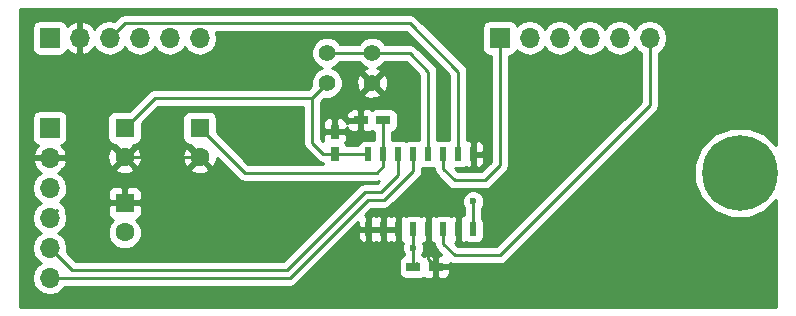
<source format=gtl>
G04 #@! TF.FileFunction,Copper,L1,Top,Signal*
%FSLAX46Y46*%
G04 Gerber Fmt 4.6, Leading zero omitted, Abs format (unit mm)*
G04 Created by KiCad (PCBNEW 4.0.4+e1-6308~48~ubuntu15.10.1-stable) date Mon Jul 31 18:12:38 2017*
%MOMM*%
%LPD*%
G01*
G04 APERTURE LIST*
%ADD10C,0.100000*%
%ADD11R,1.700000X1.700000*%
%ADD12O,1.700000X1.700000*%
%ADD13C,6.400000*%
%ADD14R,1.600000X1.600000*%
%ADD15C,1.600000*%
%ADD16R,0.750000X1.200000*%
%ADD17R,1.200000X0.750000*%
%ADD18R,0.508000X1.143000*%
%ADD19C,1.400000*%
%ADD20C,0.600000*%
%ADD21C,0.250000*%
%ADD22C,0.254000*%
G04 APERTURE END LIST*
D10*
D11*
X147320000Y-105410000D03*
D12*
X147320000Y-107950000D03*
X147320000Y-110490000D03*
X147320000Y-113030000D03*
X147320000Y-115570000D03*
X147320000Y-118110000D03*
D11*
X185420000Y-97790000D03*
D12*
X187960000Y-97790000D03*
X190500000Y-97790000D03*
X193040000Y-97790000D03*
X195580000Y-97790000D03*
X198120000Y-97790000D03*
D11*
X147320000Y-97790000D03*
D12*
X149860000Y-97790000D03*
X152400000Y-97790000D03*
X154940000Y-97790000D03*
X157480000Y-97790000D03*
X160020000Y-97790000D03*
D13*
X205740000Y-109220000D03*
D14*
X153670000Y-105410000D03*
D15*
X153670000Y-107910000D03*
D14*
X160020000Y-105410000D03*
D15*
X160020000Y-107910000D03*
D14*
X153670000Y-111760000D03*
D15*
X153670000Y-114260000D03*
D16*
X171450000Y-105730000D03*
X171450000Y-107630000D03*
D17*
X173675000Y-104775000D03*
X175575000Y-104775000D03*
X180020000Y-117170200D03*
X178120000Y-117170200D03*
D18*
X174307500Y-107632500D03*
X176847500Y-107632500D03*
X178117500Y-107632500D03*
X179387500Y-107632500D03*
X180657500Y-107632500D03*
X181927500Y-107632500D03*
X183197500Y-107632500D03*
X183197500Y-113982500D03*
X181927500Y-113982500D03*
X180657500Y-113982500D03*
X179387500Y-113982500D03*
X178117500Y-113982500D03*
X176847500Y-113982500D03*
X175577500Y-113982500D03*
X174307500Y-113982500D03*
X175577500Y-107632500D03*
D19*
X170815000Y-99060000D03*
X170815000Y-101600000D03*
X174625000Y-101600000D03*
X174625000Y-99060000D03*
D20*
X178104800Y-115570000D03*
X183184800Y-111633000D03*
D21*
X179387500Y-113982500D02*
X179387500Y-116537700D01*
X179387500Y-116537700D02*
X180020000Y-117170200D01*
X153670000Y-107910000D02*
X160020000Y-107910000D01*
X179705000Y-116855200D02*
X180020000Y-117170200D01*
X175577500Y-113982500D02*
X176847500Y-113982500D01*
X174307500Y-113982500D02*
X175577500Y-113982500D01*
X178120000Y-117170200D02*
X178120000Y-115585200D01*
X178120000Y-115585200D02*
X178104800Y-115570000D01*
X178117500Y-113982500D02*
X178117500Y-114617500D01*
X178117500Y-114617500D02*
X178104800Y-115570000D01*
X178435000Y-116855200D02*
X178120000Y-117170200D01*
X178435000Y-116855200D02*
X178120000Y-117170200D01*
X147320000Y-113030000D02*
X147955000Y-112395000D01*
X169545000Y-102870000D02*
X169545000Y-106680000D01*
X170495000Y-107630000D02*
X171450000Y-107630000D01*
X169545000Y-106680000D02*
X170495000Y-107630000D01*
X171450000Y-107630000D02*
X174305000Y-107630000D01*
X174305000Y-107630000D02*
X174307500Y-107632500D01*
X170815000Y-101600000D02*
X169545000Y-102870000D01*
X169545000Y-102870000D02*
X156210000Y-102870000D01*
X156210000Y-102870000D02*
X153670000Y-105410000D01*
X175575000Y-104775000D02*
X175575000Y-107630000D01*
X175575000Y-107630000D02*
X175577500Y-107632500D01*
X175577500Y-107632500D02*
X175577500Y-108648500D01*
X163830000Y-109220000D02*
X160020000Y-105410000D01*
X175006000Y-109220000D02*
X163830000Y-109220000D01*
X175577500Y-108648500D02*
X175006000Y-109220000D01*
X176847500Y-107632500D02*
X176847500Y-109410500D01*
X149225000Y-117475000D02*
X147320000Y-115570000D01*
X167386000Y-117475000D02*
X149225000Y-117475000D01*
X173990000Y-110871000D02*
X167386000Y-117475000D01*
X175387000Y-110871000D02*
X173990000Y-110871000D01*
X176847500Y-109410500D02*
X175387000Y-110871000D01*
X147320000Y-118110000D02*
X167640000Y-118110000D01*
X178117500Y-109029500D02*
X178117500Y-107632500D01*
X175641000Y-111506000D02*
X178117500Y-109029500D01*
X174244000Y-111506000D02*
X175641000Y-111506000D01*
X167640000Y-118110000D02*
X174244000Y-111506000D01*
X185420000Y-97790000D02*
X185420000Y-108585000D01*
X180657500Y-108902500D02*
X180657500Y-107632500D01*
X181610000Y-109855000D02*
X180657500Y-108902500D01*
X184150000Y-109855000D02*
X181610000Y-109855000D01*
X185420000Y-108585000D02*
X184150000Y-109855000D01*
X180657500Y-113982500D02*
X180657500Y-115252500D01*
X198120000Y-103505000D02*
X198120000Y-97790000D01*
X185420000Y-116205000D02*
X198120000Y-103505000D01*
X181610000Y-116205000D02*
X185420000Y-116205000D01*
X180657500Y-115252500D02*
X181610000Y-116205000D01*
X152400000Y-97790000D02*
X153670000Y-96520000D01*
X181927500Y-100647500D02*
X181927500Y-107632500D01*
X177800000Y-96520000D02*
X181927500Y-100647500D01*
X153670000Y-96520000D02*
X177800000Y-96520000D01*
X183197500Y-113982500D02*
X183197500Y-111645700D01*
X183197500Y-111645700D02*
X183184800Y-111633000D01*
X179387500Y-107632500D02*
X179387500Y-100647500D01*
X177800000Y-99060000D02*
X174625000Y-99060000D01*
X179387500Y-100647500D02*
X177800000Y-99060000D01*
X174625000Y-99060000D02*
X170815000Y-99060000D01*
D22*
G36*
X208840000Y-106897168D02*
X207915189Y-105970741D01*
X206506175Y-105385667D01*
X204980518Y-105384336D01*
X203570485Y-105966950D01*
X202490741Y-107044811D01*
X201905667Y-108453825D01*
X201904336Y-109979482D01*
X202486950Y-111389515D01*
X203564811Y-112469259D01*
X204973825Y-113054333D01*
X206499482Y-113055664D01*
X207909515Y-112473050D01*
X208840000Y-111544188D01*
X208840000Y-120575000D01*
X144855000Y-120575000D01*
X144855000Y-110490000D01*
X145805907Y-110490000D01*
X145918946Y-111058285D01*
X146240853Y-111540054D01*
X146570026Y-111760000D01*
X146240853Y-111979946D01*
X145918946Y-112461715D01*
X145805907Y-113030000D01*
X145918946Y-113598285D01*
X146240853Y-114080054D01*
X146570026Y-114300000D01*
X146240853Y-114519946D01*
X145918946Y-115001715D01*
X145805907Y-115570000D01*
X145918946Y-116138285D01*
X146240853Y-116620054D01*
X146570026Y-116840000D01*
X146240853Y-117059946D01*
X145918946Y-117541715D01*
X145805907Y-118110000D01*
X145918946Y-118678285D01*
X146240853Y-119160054D01*
X146722622Y-119481961D01*
X147290907Y-119595000D01*
X147349093Y-119595000D01*
X147917378Y-119481961D01*
X148399147Y-119160054D01*
X148592954Y-118870000D01*
X167640000Y-118870000D01*
X167930839Y-118812148D01*
X168177401Y-118647401D01*
X170029602Y-116795200D01*
X176872560Y-116795200D01*
X176872560Y-117545200D01*
X176916838Y-117780517D01*
X177055910Y-117996641D01*
X177268110Y-118141631D01*
X177520000Y-118192640D01*
X178720000Y-118192640D01*
X178955317Y-118148362D01*
X179058646Y-118081871D01*
X179060302Y-118083527D01*
X179293691Y-118180200D01*
X179734250Y-118180200D01*
X179893000Y-118021450D01*
X179893000Y-117297200D01*
X180147000Y-117297200D01*
X180147000Y-118021450D01*
X180305750Y-118180200D01*
X180746309Y-118180200D01*
X180979698Y-118083527D01*
X181158327Y-117904899D01*
X181255000Y-117671510D01*
X181255000Y-117455950D01*
X181096250Y-117297200D01*
X180147000Y-117297200D01*
X179893000Y-117297200D01*
X179873000Y-117297200D01*
X179873000Y-117043200D01*
X179893000Y-117043200D01*
X179893000Y-116318950D01*
X179734250Y-116160200D01*
X179293691Y-116160200D01*
X179060302Y-116256873D01*
X179058932Y-116258243D01*
X178971890Y-116198769D01*
X178880000Y-116180161D01*
X178880000Y-116117289D01*
X178896992Y-116100327D01*
X179039638Y-115756799D01*
X179039962Y-115384833D01*
X178949104Y-115164940D01*
X179007191Y-115189000D01*
X179101750Y-115189000D01*
X179260500Y-115030250D01*
X179260500Y-114109500D01*
X179240500Y-114109500D01*
X179240500Y-113855500D01*
X179260500Y-113855500D01*
X179260500Y-112934750D01*
X179101750Y-112776000D01*
X179007191Y-112776000D01*
X178773802Y-112872673D01*
X178747265Y-112899209D01*
X178623390Y-112814569D01*
X178371500Y-112763560D01*
X177863500Y-112763560D01*
X177628183Y-112807838D01*
X177487129Y-112898604D01*
X177461198Y-112872673D01*
X177227809Y-112776000D01*
X177133250Y-112776000D01*
X176974500Y-112934750D01*
X176974500Y-113855500D01*
X176994500Y-113855500D01*
X176994500Y-114109500D01*
X176974500Y-114109500D01*
X176974500Y-115030250D01*
X177133250Y-115189000D01*
X177227809Y-115189000D01*
X177255336Y-115177598D01*
X177169962Y-115383201D01*
X177169638Y-115755167D01*
X177311683Y-116098943D01*
X177360000Y-116147344D01*
X177360000Y-116177866D01*
X177284683Y-116192038D01*
X177068559Y-116331110D01*
X176923569Y-116543310D01*
X176872560Y-116795200D01*
X170029602Y-116795200D01*
X172556552Y-114268250D01*
X173418500Y-114268250D01*
X173418500Y-114680310D01*
X173515173Y-114913699D01*
X173693802Y-115092327D01*
X173927191Y-115189000D01*
X174021750Y-115189000D01*
X174180500Y-115030250D01*
X174180500Y-114109500D01*
X174434500Y-114109500D01*
X174434500Y-115030250D01*
X174593250Y-115189000D01*
X174687809Y-115189000D01*
X174921198Y-115092327D01*
X174942500Y-115071025D01*
X174963802Y-115092327D01*
X175197191Y-115189000D01*
X175291750Y-115189000D01*
X175450500Y-115030250D01*
X175450500Y-114109500D01*
X175704500Y-114109500D01*
X175704500Y-115030250D01*
X175863250Y-115189000D01*
X175957809Y-115189000D01*
X176191198Y-115092327D01*
X176212500Y-115071025D01*
X176233802Y-115092327D01*
X176467191Y-115189000D01*
X176561750Y-115189000D01*
X176720500Y-115030250D01*
X176720500Y-114109500D01*
X175704500Y-114109500D01*
X175450500Y-114109500D01*
X174434500Y-114109500D01*
X174180500Y-114109500D01*
X173577250Y-114109500D01*
X173418500Y-114268250D01*
X172556552Y-114268250D01*
X173418500Y-113406302D01*
X173418500Y-113696750D01*
X173577250Y-113855500D01*
X174180500Y-113855500D01*
X174180500Y-112934750D01*
X174434500Y-112934750D01*
X174434500Y-113855500D01*
X175450500Y-113855500D01*
X175450500Y-112934750D01*
X175704500Y-112934750D01*
X175704500Y-113855500D01*
X176720500Y-113855500D01*
X176720500Y-112934750D01*
X176561750Y-112776000D01*
X176467191Y-112776000D01*
X176233802Y-112872673D01*
X176212500Y-112893975D01*
X176191198Y-112872673D01*
X175957809Y-112776000D01*
X175863250Y-112776000D01*
X175704500Y-112934750D01*
X175450500Y-112934750D01*
X175291750Y-112776000D01*
X175197191Y-112776000D01*
X174963802Y-112872673D01*
X174942500Y-112893975D01*
X174921198Y-112872673D01*
X174687809Y-112776000D01*
X174593250Y-112776000D01*
X174434500Y-112934750D01*
X174180500Y-112934750D01*
X174035276Y-112789526D01*
X174558802Y-112266000D01*
X175641000Y-112266000D01*
X175931839Y-112208148D01*
X176178401Y-112043401D01*
X178654901Y-109566901D01*
X178819648Y-109320339D01*
X178877500Y-109029500D01*
X178877500Y-108797623D01*
X178881610Y-108800431D01*
X179133500Y-108851440D01*
X179641500Y-108851440D01*
X179876817Y-108807162D01*
X179897500Y-108793853D01*
X179897500Y-108902500D01*
X179955352Y-109193339D01*
X180120099Y-109439901D01*
X181072599Y-110392401D01*
X181319160Y-110557148D01*
X181367414Y-110566746D01*
X181610000Y-110615000D01*
X184150000Y-110615000D01*
X184440839Y-110557148D01*
X184687401Y-110392401D01*
X185957401Y-109122401D01*
X186122148Y-108875840D01*
X186180000Y-108585000D01*
X186180000Y-99287440D01*
X186270000Y-99287440D01*
X186505317Y-99243162D01*
X186721441Y-99104090D01*
X186866431Y-98891890D01*
X186880086Y-98824459D01*
X186909946Y-98869147D01*
X187391715Y-99191054D01*
X187960000Y-99304093D01*
X188528285Y-99191054D01*
X189010054Y-98869147D01*
X189230000Y-98539974D01*
X189449946Y-98869147D01*
X189931715Y-99191054D01*
X190500000Y-99304093D01*
X191068285Y-99191054D01*
X191550054Y-98869147D01*
X191770000Y-98539974D01*
X191989946Y-98869147D01*
X192471715Y-99191054D01*
X193040000Y-99304093D01*
X193608285Y-99191054D01*
X194090054Y-98869147D01*
X194310000Y-98539974D01*
X194529946Y-98869147D01*
X195011715Y-99191054D01*
X195580000Y-99304093D01*
X196148285Y-99191054D01*
X196630054Y-98869147D01*
X196850000Y-98539974D01*
X197069946Y-98869147D01*
X197360000Y-99062954D01*
X197360000Y-103190198D01*
X185105198Y-115445000D01*
X181924802Y-115445000D01*
X181655276Y-115175474D01*
X181800500Y-115030250D01*
X181800500Y-114109500D01*
X181780500Y-114109500D01*
X181780500Y-113855500D01*
X181800500Y-113855500D01*
X181800500Y-112934750D01*
X182054500Y-112934750D01*
X182054500Y-113855500D01*
X182074500Y-113855500D01*
X182074500Y-114109500D01*
X182054500Y-114109500D01*
X182054500Y-115030250D01*
X182213250Y-115189000D01*
X182307809Y-115189000D01*
X182541198Y-115092327D01*
X182567735Y-115065791D01*
X182691610Y-115150431D01*
X182943500Y-115201440D01*
X183451500Y-115201440D01*
X183686817Y-115157162D01*
X183902941Y-115018090D01*
X184047931Y-114805890D01*
X184098940Y-114554000D01*
X184098940Y-113411000D01*
X184054662Y-113175683D01*
X183957500Y-113024689D01*
X183957500Y-112182785D01*
X183976992Y-112163327D01*
X184119638Y-111819799D01*
X184119962Y-111447833D01*
X183977917Y-111104057D01*
X183715127Y-110840808D01*
X183371599Y-110698162D01*
X182999633Y-110697838D01*
X182655857Y-110839883D01*
X182392608Y-111102673D01*
X182249962Y-111446201D01*
X182249638Y-111818167D01*
X182391683Y-112161943D01*
X182437500Y-112207840D01*
X182437500Y-112829720D01*
X182307809Y-112776000D01*
X182213250Y-112776000D01*
X182054500Y-112934750D01*
X181800500Y-112934750D01*
X181641750Y-112776000D01*
X181547191Y-112776000D01*
X181313802Y-112872673D01*
X181287265Y-112899209D01*
X181163390Y-112814569D01*
X180911500Y-112763560D01*
X180403500Y-112763560D01*
X180168183Y-112807838D01*
X180027129Y-112898604D01*
X180001198Y-112872673D01*
X179767809Y-112776000D01*
X179673250Y-112776000D01*
X179514500Y-112934750D01*
X179514500Y-113855500D01*
X179534500Y-113855500D01*
X179534500Y-114109500D01*
X179514500Y-114109500D01*
X179514500Y-115030250D01*
X179673250Y-115189000D01*
X179767809Y-115189000D01*
X179897500Y-115135280D01*
X179897500Y-115252500D01*
X179955352Y-115543339D01*
X180120099Y-115789901D01*
X180490398Y-116160200D01*
X180305750Y-116160200D01*
X180147000Y-116318950D01*
X180147000Y-117043200D01*
X181096250Y-117043200D01*
X181255000Y-116884450D01*
X181255000Y-116864278D01*
X181319160Y-116907148D01*
X181367414Y-116916746D01*
X181610000Y-116965000D01*
X185420000Y-116965000D01*
X185710839Y-116907148D01*
X185957401Y-116742401D01*
X198657401Y-104042401D01*
X198822148Y-103795840D01*
X198880000Y-103505000D01*
X198880000Y-99062954D01*
X199170054Y-98869147D01*
X199491961Y-98387378D01*
X199605000Y-97819093D01*
X199605000Y-97760907D01*
X199491961Y-97192622D01*
X199170054Y-96710853D01*
X198688285Y-96388946D01*
X198120000Y-96275907D01*
X197551715Y-96388946D01*
X197069946Y-96710853D01*
X196850000Y-97040026D01*
X196630054Y-96710853D01*
X196148285Y-96388946D01*
X195580000Y-96275907D01*
X195011715Y-96388946D01*
X194529946Y-96710853D01*
X194310000Y-97040026D01*
X194090054Y-96710853D01*
X193608285Y-96388946D01*
X193040000Y-96275907D01*
X192471715Y-96388946D01*
X191989946Y-96710853D01*
X191770000Y-97040026D01*
X191550054Y-96710853D01*
X191068285Y-96388946D01*
X190500000Y-96275907D01*
X189931715Y-96388946D01*
X189449946Y-96710853D01*
X189230000Y-97040026D01*
X189010054Y-96710853D01*
X188528285Y-96388946D01*
X187960000Y-96275907D01*
X187391715Y-96388946D01*
X186909946Y-96710853D01*
X186882150Y-96752452D01*
X186873162Y-96704683D01*
X186734090Y-96488559D01*
X186521890Y-96343569D01*
X186270000Y-96292560D01*
X184570000Y-96292560D01*
X184334683Y-96336838D01*
X184118559Y-96475910D01*
X183973569Y-96688110D01*
X183922560Y-96940000D01*
X183922560Y-98640000D01*
X183966838Y-98875317D01*
X184105910Y-99091441D01*
X184318110Y-99236431D01*
X184570000Y-99287440D01*
X184660000Y-99287440D01*
X184660000Y-108270198D01*
X183835198Y-109095000D01*
X181924802Y-109095000D01*
X181681242Y-108851440D01*
X182181500Y-108851440D01*
X182416817Y-108807162D01*
X182557871Y-108716396D01*
X182583802Y-108742327D01*
X182817191Y-108839000D01*
X182911750Y-108839000D01*
X183070500Y-108680250D01*
X183070500Y-107759500D01*
X183324500Y-107759500D01*
X183324500Y-108680250D01*
X183483250Y-108839000D01*
X183577809Y-108839000D01*
X183811198Y-108742327D01*
X183989827Y-108563699D01*
X184086500Y-108330310D01*
X184086500Y-107918250D01*
X183927750Y-107759500D01*
X183324500Y-107759500D01*
X183070500Y-107759500D01*
X183050500Y-107759500D01*
X183050500Y-107505500D01*
X183070500Y-107505500D01*
X183070500Y-106584750D01*
X183324500Y-106584750D01*
X183324500Y-107505500D01*
X183927750Y-107505500D01*
X184086500Y-107346750D01*
X184086500Y-106934690D01*
X183989827Y-106701301D01*
X183811198Y-106522673D01*
X183577809Y-106426000D01*
X183483250Y-106426000D01*
X183324500Y-106584750D01*
X183070500Y-106584750D01*
X182911750Y-106426000D01*
X182817191Y-106426000D01*
X182687500Y-106479720D01*
X182687500Y-100647500D01*
X182629648Y-100356661D01*
X182629648Y-100356660D01*
X182464901Y-100110099D01*
X178337401Y-95982599D01*
X178090839Y-95817852D01*
X177800000Y-95760000D01*
X153670000Y-95760000D01*
X153379160Y-95817852D01*
X153132599Y-95982599D01*
X152766408Y-96348790D01*
X152400000Y-96275907D01*
X151831715Y-96388946D01*
X151349946Y-96710853D01*
X151122298Y-97051553D01*
X151055183Y-96908642D01*
X150626924Y-96518355D01*
X150216890Y-96348524D01*
X149987000Y-96469845D01*
X149987000Y-97663000D01*
X150007000Y-97663000D01*
X150007000Y-97917000D01*
X149987000Y-97917000D01*
X149987000Y-99110155D01*
X150216890Y-99231476D01*
X150626924Y-99061645D01*
X151055183Y-98671358D01*
X151122298Y-98528447D01*
X151349946Y-98869147D01*
X151831715Y-99191054D01*
X152400000Y-99304093D01*
X152968285Y-99191054D01*
X153450054Y-98869147D01*
X153670000Y-98539974D01*
X153889946Y-98869147D01*
X154371715Y-99191054D01*
X154940000Y-99304093D01*
X155508285Y-99191054D01*
X155990054Y-98869147D01*
X156210000Y-98539974D01*
X156429946Y-98869147D01*
X156911715Y-99191054D01*
X157480000Y-99304093D01*
X158048285Y-99191054D01*
X158530054Y-98869147D01*
X158750000Y-98539974D01*
X158969946Y-98869147D01*
X159451715Y-99191054D01*
X160020000Y-99304093D01*
X160588285Y-99191054D01*
X161070054Y-98869147D01*
X161391961Y-98387378D01*
X161505000Y-97819093D01*
X161505000Y-97760907D01*
X161409342Y-97280000D01*
X177485198Y-97280000D01*
X181167500Y-100962302D01*
X181167500Y-106467377D01*
X181163390Y-106464569D01*
X180911500Y-106413560D01*
X180403500Y-106413560D01*
X180168183Y-106457838D01*
X180147500Y-106471147D01*
X180147500Y-100647500D01*
X180089648Y-100356661D01*
X179924901Y-100110099D01*
X178337401Y-98522599D01*
X178090839Y-98357852D01*
X177800000Y-98300000D01*
X175752655Y-98300000D01*
X175382204Y-97928902D01*
X174891713Y-97725232D01*
X174360617Y-97724769D01*
X173869771Y-97927582D01*
X173496703Y-98300000D01*
X171942655Y-98300000D01*
X171572204Y-97928902D01*
X171081713Y-97725232D01*
X170550617Y-97724769D01*
X170059771Y-97927582D01*
X169683902Y-98302796D01*
X169480232Y-98793287D01*
X169479769Y-99324383D01*
X169682582Y-99815229D01*
X170057796Y-100191098D01*
X170392527Y-100330091D01*
X170059771Y-100467582D01*
X169683902Y-100842796D01*
X169480232Y-101333287D01*
X169479772Y-101860426D01*
X169230198Y-102110000D01*
X156210000Y-102110000D01*
X155967414Y-102158254D01*
X155919160Y-102167852D01*
X155672599Y-102332599D01*
X154042638Y-103962560D01*
X152870000Y-103962560D01*
X152634683Y-104006838D01*
X152418559Y-104145910D01*
X152273569Y-104358110D01*
X152222560Y-104610000D01*
X152222560Y-106210000D01*
X152266838Y-106445317D01*
X152405910Y-106661441D01*
X152618110Y-106806431D01*
X152856201Y-106854646D01*
X152841861Y-106902255D01*
X153670000Y-107730395D01*
X154498139Y-106902255D01*
X154483855Y-106854833D01*
X154705317Y-106813162D01*
X154921441Y-106674090D01*
X155066431Y-106461890D01*
X155117440Y-106210000D01*
X155117440Y-105037362D01*
X156524802Y-103630000D01*
X168785000Y-103630000D01*
X168785000Y-106680000D01*
X168842852Y-106970839D01*
X169007599Y-107217401D01*
X169957599Y-108167401D01*
X170204161Y-108332148D01*
X170456214Y-108382285D01*
X170470838Y-108460000D01*
X164144802Y-108460000D01*
X161467440Y-105782638D01*
X161467440Y-104610000D01*
X161423162Y-104374683D01*
X161284090Y-104158559D01*
X161071890Y-104013569D01*
X160820000Y-103962560D01*
X159220000Y-103962560D01*
X158984683Y-104006838D01*
X158768559Y-104145910D01*
X158623569Y-104358110D01*
X158572560Y-104610000D01*
X158572560Y-106210000D01*
X158616838Y-106445317D01*
X158755910Y-106661441D01*
X158968110Y-106806431D01*
X159206201Y-106854646D01*
X159191861Y-106902255D01*
X160020000Y-107730395D01*
X160034142Y-107716252D01*
X160213748Y-107895858D01*
X160199605Y-107910000D01*
X161027745Y-108738139D01*
X161273864Y-108664005D01*
X161466965Y-108126777D01*
X161457202Y-107922004D01*
X163292599Y-109757401D01*
X163539161Y-109922148D01*
X163830000Y-109980000D01*
X175006000Y-109980000D01*
X175252163Y-109931035D01*
X175072198Y-110111000D01*
X173990000Y-110111000D01*
X173699160Y-110168852D01*
X173452599Y-110333599D01*
X167071198Y-116715000D01*
X149539802Y-116715000D01*
X148761210Y-115936408D01*
X148834093Y-115570000D01*
X148721054Y-115001715D01*
X148415345Y-114544187D01*
X152234752Y-114544187D01*
X152452757Y-115071800D01*
X152856077Y-115475824D01*
X153383309Y-115694750D01*
X153954187Y-115695248D01*
X154481800Y-115477243D01*
X154885824Y-115073923D01*
X155104750Y-114546691D01*
X155105248Y-113975813D01*
X154887243Y-113448200D01*
X154623317Y-113183813D01*
X154829699Y-113098327D01*
X155008327Y-112919698D01*
X155105000Y-112686309D01*
X155105000Y-112045750D01*
X154946250Y-111887000D01*
X153797000Y-111887000D01*
X153797000Y-111907000D01*
X153543000Y-111907000D01*
X153543000Y-111887000D01*
X152393750Y-111887000D01*
X152235000Y-112045750D01*
X152235000Y-112686309D01*
X152331673Y-112919698D01*
X152510301Y-113098327D01*
X152716835Y-113183876D01*
X152454176Y-113446077D01*
X152235250Y-113973309D01*
X152234752Y-114544187D01*
X148415345Y-114544187D01*
X148399147Y-114519946D01*
X148069974Y-114300000D01*
X148399147Y-114080054D01*
X148721054Y-113598285D01*
X148834093Y-113030000D01*
X148721054Y-112461715D01*
X148706163Y-112439428D01*
X148715000Y-112395000D01*
X148657148Y-112104160D01*
X148492401Y-111857599D01*
X148245840Y-111692852D01*
X148187759Y-111681299D01*
X148399147Y-111540054D01*
X148721054Y-111058285D01*
X148765728Y-110833691D01*
X152235000Y-110833691D01*
X152235000Y-111474250D01*
X152393750Y-111633000D01*
X153543000Y-111633000D01*
X153543000Y-110483750D01*
X153797000Y-110483750D01*
X153797000Y-111633000D01*
X154946250Y-111633000D01*
X155105000Y-111474250D01*
X155105000Y-110833691D01*
X155008327Y-110600302D01*
X154829699Y-110421673D01*
X154596310Y-110325000D01*
X153955750Y-110325000D01*
X153797000Y-110483750D01*
X153543000Y-110483750D01*
X153384250Y-110325000D01*
X152743690Y-110325000D01*
X152510301Y-110421673D01*
X152331673Y-110600302D01*
X152235000Y-110833691D01*
X148765728Y-110833691D01*
X148834093Y-110490000D01*
X148721054Y-109921715D01*
X148399147Y-109439946D01*
X148058447Y-109212298D01*
X148201358Y-109145183D01*
X148408629Y-108917745D01*
X152841861Y-108917745D01*
X152915995Y-109163864D01*
X153453223Y-109356965D01*
X154023454Y-109329778D01*
X154424005Y-109163864D01*
X154498139Y-108917745D01*
X159191861Y-108917745D01*
X159265995Y-109163864D01*
X159803223Y-109356965D01*
X160373454Y-109329778D01*
X160774005Y-109163864D01*
X160848139Y-108917745D01*
X160020000Y-108089605D01*
X159191861Y-108917745D01*
X154498139Y-108917745D01*
X153670000Y-108089605D01*
X152841861Y-108917745D01*
X148408629Y-108917745D01*
X148591645Y-108716924D01*
X148761476Y-108306890D01*
X148640155Y-108077000D01*
X147447000Y-108077000D01*
X147447000Y-108097000D01*
X147193000Y-108097000D01*
X147193000Y-108077000D01*
X145999845Y-108077000D01*
X145878524Y-108306890D01*
X146048355Y-108716924D01*
X146438642Y-109145183D01*
X146581553Y-109212298D01*
X146240853Y-109439946D01*
X145918946Y-109921715D01*
X145805907Y-110490000D01*
X144855000Y-110490000D01*
X144855000Y-104560000D01*
X145822560Y-104560000D01*
X145822560Y-106260000D01*
X145866838Y-106495317D01*
X146005910Y-106711441D01*
X146218110Y-106856431D01*
X146326107Y-106878301D01*
X146048355Y-107183076D01*
X145878524Y-107593110D01*
X145999845Y-107823000D01*
X147193000Y-107823000D01*
X147193000Y-107803000D01*
X147447000Y-107803000D01*
X147447000Y-107823000D01*
X148640155Y-107823000D01*
X148708642Y-107693223D01*
X152223035Y-107693223D01*
X152250222Y-108263454D01*
X152416136Y-108664005D01*
X152662255Y-108738139D01*
X153490395Y-107910000D01*
X153849605Y-107910000D01*
X154677745Y-108738139D01*
X154923864Y-108664005D01*
X155116965Y-108126777D01*
X155096295Y-107693223D01*
X158573035Y-107693223D01*
X158600222Y-108263454D01*
X158766136Y-108664005D01*
X159012255Y-108738139D01*
X159840395Y-107910000D01*
X159012255Y-107081861D01*
X158766136Y-107155995D01*
X158573035Y-107693223D01*
X155096295Y-107693223D01*
X155089778Y-107556546D01*
X154923864Y-107155995D01*
X154677745Y-107081861D01*
X153849605Y-107910000D01*
X153490395Y-107910000D01*
X152662255Y-107081861D01*
X152416136Y-107155995D01*
X152223035Y-107693223D01*
X148708642Y-107693223D01*
X148761476Y-107593110D01*
X148591645Y-107183076D01*
X148315499Y-106880063D01*
X148405317Y-106863162D01*
X148621441Y-106724090D01*
X148766431Y-106511890D01*
X148817440Y-106260000D01*
X148817440Y-104560000D01*
X148773162Y-104324683D01*
X148634090Y-104108559D01*
X148421890Y-103963569D01*
X148170000Y-103912560D01*
X146470000Y-103912560D01*
X146234683Y-103956838D01*
X146018559Y-104095910D01*
X145873569Y-104308110D01*
X145822560Y-104560000D01*
X144855000Y-104560000D01*
X144855000Y-96940000D01*
X145822560Y-96940000D01*
X145822560Y-98640000D01*
X145866838Y-98875317D01*
X146005910Y-99091441D01*
X146218110Y-99236431D01*
X146470000Y-99287440D01*
X148170000Y-99287440D01*
X148405317Y-99243162D01*
X148621441Y-99104090D01*
X148766431Y-98891890D01*
X148788301Y-98783893D01*
X149093076Y-99061645D01*
X149503110Y-99231476D01*
X149733000Y-99110155D01*
X149733000Y-97917000D01*
X149713000Y-97917000D01*
X149713000Y-97663000D01*
X149733000Y-97663000D01*
X149733000Y-96469845D01*
X149503110Y-96348524D01*
X149093076Y-96518355D01*
X148790063Y-96794501D01*
X148773162Y-96704683D01*
X148634090Y-96488559D01*
X148421890Y-96343569D01*
X148170000Y-96292560D01*
X146470000Y-96292560D01*
X146234683Y-96336838D01*
X146018559Y-96475910D01*
X145873569Y-96688110D01*
X145822560Y-96940000D01*
X144855000Y-96940000D01*
X144855000Y-95325000D01*
X208840000Y-95325000D01*
X208840000Y-106897168D01*
X208840000Y-106897168D01*
G37*
X208840000Y-106897168D02*
X207915189Y-105970741D01*
X206506175Y-105385667D01*
X204980518Y-105384336D01*
X203570485Y-105966950D01*
X202490741Y-107044811D01*
X201905667Y-108453825D01*
X201904336Y-109979482D01*
X202486950Y-111389515D01*
X203564811Y-112469259D01*
X204973825Y-113054333D01*
X206499482Y-113055664D01*
X207909515Y-112473050D01*
X208840000Y-111544188D01*
X208840000Y-120575000D01*
X144855000Y-120575000D01*
X144855000Y-110490000D01*
X145805907Y-110490000D01*
X145918946Y-111058285D01*
X146240853Y-111540054D01*
X146570026Y-111760000D01*
X146240853Y-111979946D01*
X145918946Y-112461715D01*
X145805907Y-113030000D01*
X145918946Y-113598285D01*
X146240853Y-114080054D01*
X146570026Y-114300000D01*
X146240853Y-114519946D01*
X145918946Y-115001715D01*
X145805907Y-115570000D01*
X145918946Y-116138285D01*
X146240853Y-116620054D01*
X146570026Y-116840000D01*
X146240853Y-117059946D01*
X145918946Y-117541715D01*
X145805907Y-118110000D01*
X145918946Y-118678285D01*
X146240853Y-119160054D01*
X146722622Y-119481961D01*
X147290907Y-119595000D01*
X147349093Y-119595000D01*
X147917378Y-119481961D01*
X148399147Y-119160054D01*
X148592954Y-118870000D01*
X167640000Y-118870000D01*
X167930839Y-118812148D01*
X168177401Y-118647401D01*
X170029602Y-116795200D01*
X176872560Y-116795200D01*
X176872560Y-117545200D01*
X176916838Y-117780517D01*
X177055910Y-117996641D01*
X177268110Y-118141631D01*
X177520000Y-118192640D01*
X178720000Y-118192640D01*
X178955317Y-118148362D01*
X179058646Y-118081871D01*
X179060302Y-118083527D01*
X179293691Y-118180200D01*
X179734250Y-118180200D01*
X179893000Y-118021450D01*
X179893000Y-117297200D01*
X180147000Y-117297200D01*
X180147000Y-118021450D01*
X180305750Y-118180200D01*
X180746309Y-118180200D01*
X180979698Y-118083527D01*
X181158327Y-117904899D01*
X181255000Y-117671510D01*
X181255000Y-117455950D01*
X181096250Y-117297200D01*
X180147000Y-117297200D01*
X179893000Y-117297200D01*
X179873000Y-117297200D01*
X179873000Y-117043200D01*
X179893000Y-117043200D01*
X179893000Y-116318950D01*
X179734250Y-116160200D01*
X179293691Y-116160200D01*
X179060302Y-116256873D01*
X179058932Y-116258243D01*
X178971890Y-116198769D01*
X178880000Y-116180161D01*
X178880000Y-116117289D01*
X178896992Y-116100327D01*
X179039638Y-115756799D01*
X179039962Y-115384833D01*
X178949104Y-115164940D01*
X179007191Y-115189000D01*
X179101750Y-115189000D01*
X179260500Y-115030250D01*
X179260500Y-114109500D01*
X179240500Y-114109500D01*
X179240500Y-113855500D01*
X179260500Y-113855500D01*
X179260500Y-112934750D01*
X179101750Y-112776000D01*
X179007191Y-112776000D01*
X178773802Y-112872673D01*
X178747265Y-112899209D01*
X178623390Y-112814569D01*
X178371500Y-112763560D01*
X177863500Y-112763560D01*
X177628183Y-112807838D01*
X177487129Y-112898604D01*
X177461198Y-112872673D01*
X177227809Y-112776000D01*
X177133250Y-112776000D01*
X176974500Y-112934750D01*
X176974500Y-113855500D01*
X176994500Y-113855500D01*
X176994500Y-114109500D01*
X176974500Y-114109500D01*
X176974500Y-115030250D01*
X177133250Y-115189000D01*
X177227809Y-115189000D01*
X177255336Y-115177598D01*
X177169962Y-115383201D01*
X177169638Y-115755167D01*
X177311683Y-116098943D01*
X177360000Y-116147344D01*
X177360000Y-116177866D01*
X177284683Y-116192038D01*
X177068559Y-116331110D01*
X176923569Y-116543310D01*
X176872560Y-116795200D01*
X170029602Y-116795200D01*
X172556552Y-114268250D01*
X173418500Y-114268250D01*
X173418500Y-114680310D01*
X173515173Y-114913699D01*
X173693802Y-115092327D01*
X173927191Y-115189000D01*
X174021750Y-115189000D01*
X174180500Y-115030250D01*
X174180500Y-114109500D01*
X174434500Y-114109500D01*
X174434500Y-115030250D01*
X174593250Y-115189000D01*
X174687809Y-115189000D01*
X174921198Y-115092327D01*
X174942500Y-115071025D01*
X174963802Y-115092327D01*
X175197191Y-115189000D01*
X175291750Y-115189000D01*
X175450500Y-115030250D01*
X175450500Y-114109500D01*
X175704500Y-114109500D01*
X175704500Y-115030250D01*
X175863250Y-115189000D01*
X175957809Y-115189000D01*
X176191198Y-115092327D01*
X176212500Y-115071025D01*
X176233802Y-115092327D01*
X176467191Y-115189000D01*
X176561750Y-115189000D01*
X176720500Y-115030250D01*
X176720500Y-114109500D01*
X175704500Y-114109500D01*
X175450500Y-114109500D01*
X174434500Y-114109500D01*
X174180500Y-114109500D01*
X173577250Y-114109500D01*
X173418500Y-114268250D01*
X172556552Y-114268250D01*
X173418500Y-113406302D01*
X173418500Y-113696750D01*
X173577250Y-113855500D01*
X174180500Y-113855500D01*
X174180500Y-112934750D01*
X174434500Y-112934750D01*
X174434500Y-113855500D01*
X175450500Y-113855500D01*
X175450500Y-112934750D01*
X175704500Y-112934750D01*
X175704500Y-113855500D01*
X176720500Y-113855500D01*
X176720500Y-112934750D01*
X176561750Y-112776000D01*
X176467191Y-112776000D01*
X176233802Y-112872673D01*
X176212500Y-112893975D01*
X176191198Y-112872673D01*
X175957809Y-112776000D01*
X175863250Y-112776000D01*
X175704500Y-112934750D01*
X175450500Y-112934750D01*
X175291750Y-112776000D01*
X175197191Y-112776000D01*
X174963802Y-112872673D01*
X174942500Y-112893975D01*
X174921198Y-112872673D01*
X174687809Y-112776000D01*
X174593250Y-112776000D01*
X174434500Y-112934750D01*
X174180500Y-112934750D01*
X174035276Y-112789526D01*
X174558802Y-112266000D01*
X175641000Y-112266000D01*
X175931839Y-112208148D01*
X176178401Y-112043401D01*
X178654901Y-109566901D01*
X178819648Y-109320339D01*
X178877500Y-109029500D01*
X178877500Y-108797623D01*
X178881610Y-108800431D01*
X179133500Y-108851440D01*
X179641500Y-108851440D01*
X179876817Y-108807162D01*
X179897500Y-108793853D01*
X179897500Y-108902500D01*
X179955352Y-109193339D01*
X180120099Y-109439901D01*
X181072599Y-110392401D01*
X181319160Y-110557148D01*
X181367414Y-110566746D01*
X181610000Y-110615000D01*
X184150000Y-110615000D01*
X184440839Y-110557148D01*
X184687401Y-110392401D01*
X185957401Y-109122401D01*
X186122148Y-108875840D01*
X186180000Y-108585000D01*
X186180000Y-99287440D01*
X186270000Y-99287440D01*
X186505317Y-99243162D01*
X186721441Y-99104090D01*
X186866431Y-98891890D01*
X186880086Y-98824459D01*
X186909946Y-98869147D01*
X187391715Y-99191054D01*
X187960000Y-99304093D01*
X188528285Y-99191054D01*
X189010054Y-98869147D01*
X189230000Y-98539974D01*
X189449946Y-98869147D01*
X189931715Y-99191054D01*
X190500000Y-99304093D01*
X191068285Y-99191054D01*
X191550054Y-98869147D01*
X191770000Y-98539974D01*
X191989946Y-98869147D01*
X192471715Y-99191054D01*
X193040000Y-99304093D01*
X193608285Y-99191054D01*
X194090054Y-98869147D01*
X194310000Y-98539974D01*
X194529946Y-98869147D01*
X195011715Y-99191054D01*
X195580000Y-99304093D01*
X196148285Y-99191054D01*
X196630054Y-98869147D01*
X196850000Y-98539974D01*
X197069946Y-98869147D01*
X197360000Y-99062954D01*
X197360000Y-103190198D01*
X185105198Y-115445000D01*
X181924802Y-115445000D01*
X181655276Y-115175474D01*
X181800500Y-115030250D01*
X181800500Y-114109500D01*
X181780500Y-114109500D01*
X181780500Y-113855500D01*
X181800500Y-113855500D01*
X181800500Y-112934750D01*
X182054500Y-112934750D01*
X182054500Y-113855500D01*
X182074500Y-113855500D01*
X182074500Y-114109500D01*
X182054500Y-114109500D01*
X182054500Y-115030250D01*
X182213250Y-115189000D01*
X182307809Y-115189000D01*
X182541198Y-115092327D01*
X182567735Y-115065791D01*
X182691610Y-115150431D01*
X182943500Y-115201440D01*
X183451500Y-115201440D01*
X183686817Y-115157162D01*
X183902941Y-115018090D01*
X184047931Y-114805890D01*
X184098940Y-114554000D01*
X184098940Y-113411000D01*
X184054662Y-113175683D01*
X183957500Y-113024689D01*
X183957500Y-112182785D01*
X183976992Y-112163327D01*
X184119638Y-111819799D01*
X184119962Y-111447833D01*
X183977917Y-111104057D01*
X183715127Y-110840808D01*
X183371599Y-110698162D01*
X182999633Y-110697838D01*
X182655857Y-110839883D01*
X182392608Y-111102673D01*
X182249962Y-111446201D01*
X182249638Y-111818167D01*
X182391683Y-112161943D01*
X182437500Y-112207840D01*
X182437500Y-112829720D01*
X182307809Y-112776000D01*
X182213250Y-112776000D01*
X182054500Y-112934750D01*
X181800500Y-112934750D01*
X181641750Y-112776000D01*
X181547191Y-112776000D01*
X181313802Y-112872673D01*
X181287265Y-112899209D01*
X181163390Y-112814569D01*
X180911500Y-112763560D01*
X180403500Y-112763560D01*
X180168183Y-112807838D01*
X180027129Y-112898604D01*
X180001198Y-112872673D01*
X179767809Y-112776000D01*
X179673250Y-112776000D01*
X179514500Y-112934750D01*
X179514500Y-113855500D01*
X179534500Y-113855500D01*
X179534500Y-114109500D01*
X179514500Y-114109500D01*
X179514500Y-115030250D01*
X179673250Y-115189000D01*
X179767809Y-115189000D01*
X179897500Y-115135280D01*
X179897500Y-115252500D01*
X179955352Y-115543339D01*
X180120099Y-115789901D01*
X180490398Y-116160200D01*
X180305750Y-116160200D01*
X180147000Y-116318950D01*
X180147000Y-117043200D01*
X181096250Y-117043200D01*
X181255000Y-116884450D01*
X181255000Y-116864278D01*
X181319160Y-116907148D01*
X181367414Y-116916746D01*
X181610000Y-116965000D01*
X185420000Y-116965000D01*
X185710839Y-116907148D01*
X185957401Y-116742401D01*
X198657401Y-104042401D01*
X198822148Y-103795840D01*
X198880000Y-103505000D01*
X198880000Y-99062954D01*
X199170054Y-98869147D01*
X199491961Y-98387378D01*
X199605000Y-97819093D01*
X199605000Y-97760907D01*
X199491961Y-97192622D01*
X199170054Y-96710853D01*
X198688285Y-96388946D01*
X198120000Y-96275907D01*
X197551715Y-96388946D01*
X197069946Y-96710853D01*
X196850000Y-97040026D01*
X196630054Y-96710853D01*
X196148285Y-96388946D01*
X195580000Y-96275907D01*
X195011715Y-96388946D01*
X194529946Y-96710853D01*
X194310000Y-97040026D01*
X194090054Y-96710853D01*
X193608285Y-96388946D01*
X193040000Y-96275907D01*
X192471715Y-96388946D01*
X191989946Y-96710853D01*
X191770000Y-97040026D01*
X191550054Y-96710853D01*
X191068285Y-96388946D01*
X190500000Y-96275907D01*
X189931715Y-96388946D01*
X189449946Y-96710853D01*
X189230000Y-97040026D01*
X189010054Y-96710853D01*
X188528285Y-96388946D01*
X187960000Y-96275907D01*
X187391715Y-96388946D01*
X186909946Y-96710853D01*
X186882150Y-96752452D01*
X186873162Y-96704683D01*
X186734090Y-96488559D01*
X186521890Y-96343569D01*
X186270000Y-96292560D01*
X184570000Y-96292560D01*
X184334683Y-96336838D01*
X184118559Y-96475910D01*
X183973569Y-96688110D01*
X183922560Y-96940000D01*
X183922560Y-98640000D01*
X183966838Y-98875317D01*
X184105910Y-99091441D01*
X184318110Y-99236431D01*
X184570000Y-99287440D01*
X184660000Y-99287440D01*
X184660000Y-108270198D01*
X183835198Y-109095000D01*
X181924802Y-109095000D01*
X181681242Y-108851440D01*
X182181500Y-108851440D01*
X182416817Y-108807162D01*
X182557871Y-108716396D01*
X182583802Y-108742327D01*
X182817191Y-108839000D01*
X182911750Y-108839000D01*
X183070500Y-108680250D01*
X183070500Y-107759500D01*
X183324500Y-107759500D01*
X183324500Y-108680250D01*
X183483250Y-108839000D01*
X183577809Y-108839000D01*
X183811198Y-108742327D01*
X183989827Y-108563699D01*
X184086500Y-108330310D01*
X184086500Y-107918250D01*
X183927750Y-107759500D01*
X183324500Y-107759500D01*
X183070500Y-107759500D01*
X183050500Y-107759500D01*
X183050500Y-107505500D01*
X183070500Y-107505500D01*
X183070500Y-106584750D01*
X183324500Y-106584750D01*
X183324500Y-107505500D01*
X183927750Y-107505500D01*
X184086500Y-107346750D01*
X184086500Y-106934690D01*
X183989827Y-106701301D01*
X183811198Y-106522673D01*
X183577809Y-106426000D01*
X183483250Y-106426000D01*
X183324500Y-106584750D01*
X183070500Y-106584750D01*
X182911750Y-106426000D01*
X182817191Y-106426000D01*
X182687500Y-106479720D01*
X182687500Y-100647500D01*
X182629648Y-100356661D01*
X182629648Y-100356660D01*
X182464901Y-100110099D01*
X178337401Y-95982599D01*
X178090839Y-95817852D01*
X177800000Y-95760000D01*
X153670000Y-95760000D01*
X153379160Y-95817852D01*
X153132599Y-95982599D01*
X152766408Y-96348790D01*
X152400000Y-96275907D01*
X151831715Y-96388946D01*
X151349946Y-96710853D01*
X151122298Y-97051553D01*
X151055183Y-96908642D01*
X150626924Y-96518355D01*
X150216890Y-96348524D01*
X149987000Y-96469845D01*
X149987000Y-97663000D01*
X150007000Y-97663000D01*
X150007000Y-97917000D01*
X149987000Y-97917000D01*
X149987000Y-99110155D01*
X150216890Y-99231476D01*
X150626924Y-99061645D01*
X151055183Y-98671358D01*
X151122298Y-98528447D01*
X151349946Y-98869147D01*
X151831715Y-99191054D01*
X152400000Y-99304093D01*
X152968285Y-99191054D01*
X153450054Y-98869147D01*
X153670000Y-98539974D01*
X153889946Y-98869147D01*
X154371715Y-99191054D01*
X154940000Y-99304093D01*
X155508285Y-99191054D01*
X155990054Y-98869147D01*
X156210000Y-98539974D01*
X156429946Y-98869147D01*
X156911715Y-99191054D01*
X157480000Y-99304093D01*
X158048285Y-99191054D01*
X158530054Y-98869147D01*
X158750000Y-98539974D01*
X158969946Y-98869147D01*
X159451715Y-99191054D01*
X160020000Y-99304093D01*
X160588285Y-99191054D01*
X161070054Y-98869147D01*
X161391961Y-98387378D01*
X161505000Y-97819093D01*
X161505000Y-97760907D01*
X161409342Y-97280000D01*
X177485198Y-97280000D01*
X181167500Y-100962302D01*
X181167500Y-106467377D01*
X181163390Y-106464569D01*
X180911500Y-106413560D01*
X180403500Y-106413560D01*
X180168183Y-106457838D01*
X180147500Y-106471147D01*
X180147500Y-100647500D01*
X180089648Y-100356661D01*
X179924901Y-100110099D01*
X178337401Y-98522599D01*
X178090839Y-98357852D01*
X177800000Y-98300000D01*
X175752655Y-98300000D01*
X175382204Y-97928902D01*
X174891713Y-97725232D01*
X174360617Y-97724769D01*
X173869771Y-97927582D01*
X173496703Y-98300000D01*
X171942655Y-98300000D01*
X171572204Y-97928902D01*
X171081713Y-97725232D01*
X170550617Y-97724769D01*
X170059771Y-97927582D01*
X169683902Y-98302796D01*
X169480232Y-98793287D01*
X169479769Y-99324383D01*
X169682582Y-99815229D01*
X170057796Y-100191098D01*
X170392527Y-100330091D01*
X170059771Y-100467582D01*
X169683902Y-100842796D01*
X169480232Y-101333287D01*
X169479772Y-101860426D01*
X169230198Y-102110000D01*
X156210000Y-102110000D01*
X155967414Y-102158254D01*
X155919160Y-102167852D01*
X155672599Y-102332599D01*
X154042638Y-103962560D01*
X152870000Y-103962560D01*
X152634683Y-104006838D01*
X152418559Y-104145910D01*
X152273569Y-104358110D01*
X152222560Y-104610000D01*
X152222560Y-106210000D01*
X152266838Y-106445317D01*
X152405910Y-106661441D01*
X152618110Y-106806431D01*
X152856201Y-106854646D01*
X152841861Y-106902255D01*
X153670000Y-107730395D01*
X154498139Y-106902255D01*
X154483855Y-106854833D01*
X154705317Y-106813162D01*
X154921441Y-106674090D01*
X155066431Y-106461890D01*
X155117440Y-106210000D01*
X155117440Y-105037362D01*
X156524802Y-103630000D01*
X168785000Y-103630000D01*
X168785000Y-106680000D01*
X168842852Y-106970839D01*
X169007599Y-107217401D01*
X169957599Y-108167401D01*
X170204161Y-108332148D01*
X170456214Y-108382285D01*
X170470838Y-108460000D01*
X164144802Y-108460000D01*
X161467440Y-105782638D01*
X161467440Y-104610000D01*
X161423162Y-104374683D01*
X161284090Y-104158559D01*
X161071890Y-104013569D01*
X160820000Y-103962560D01*
X159220000Y-103962560D01*
X158984683Y-104006838D01*
X158768559Y-104145910D01*
X158623569Y-104358110D01*
X158572560Y-104610000D01*
X158572560Y-106210000D01*
X158616838Y-106445317D01*
X158755910Y-106661441D01*
X158968110Y-106806431D01*
X159206201Y-106854646D01*
X159191861Y-106902255D01*
X160020000Y-107730395D01*
X160034142Y-107716252D01*
X160213748Y-107895858D01*
X160199605Y-107910000D01*
X161027745Y-108738139D01*
X161273864Y-108664005D01*
X161466965Y-108126777D01*
X161457202Y-107922004D01*
X163292599Y-109757401D01*
X163539161Y-109922148D01*
X163830000Y-109980000D01*
X175006000Y-109980000D01*
X175252163Y-109931035D01*
X175072198Y-110111000D01*
X173990000Y-110111000D01*
X173699160Y-110168852D01*
X173452599Y-110333599D01*
X167071198Y-116715000D01*
X149539802Y-116715000D01*
X148761210Y-115936408D01*
X148834093Y-115570000D01*
X148721054Y-115001715D01*
X148415345Y-114544187D01*
X152234752Y-114544187D01*
X152452757Y-115071800D01*
X152856077Y-115475824D01*
X153383309Y-115694750D01*
X153954187Y-115695248D01*
X154481800Y-115477243D01*
X154885824Y-115073923D01*
X155104750Y-114546691D01*
X155105248Y-113975813D01*
X154887243Y-113448200D01*
X154623317Y-113183813D01*
X154829699Y-113098327D01*
X155008327Y-112919698D01*
X155105000Y-112686309D01*
X155105000Y-112045750D01*
X154946250Y-111887000D01*
X153797000Y-111887000D01*
X153797000Y-111907000D01*
X153543000Y-111907000D01*
X153543000Y-111887000D01*
X152393750Y-111887000D01*
X152235000Y-112045750D01*
X152235000Y-112686309D01*
X152331673Y-112919698D01*
X152510301Y-113098327D01*
X152716835Y-113183876D01*
X152454176Y-113446077D01*
X152235250Y-113973309D01*
X152234752Y-114544187D01*
X148415345Y-114544187D01*
X148399147Y-114519946D01*
X148069974Y-114300000D01*
X148399147Y-114080054D01*
X148721054Y-113598285D01*
X148834093Y-113030000D01*
X148721054Y-112461715D01*
X148706163Y-112439428D01*
X148715000Y-112395000D01*
X148657148Y-112104160D01*
X148492401Y-111857599D01*
X148245840Y-111692852D01*
X148187759Y-111681299D01*
X148399147Y-111540054D01*
X148721054Y-111058285D01*
X148765728Y-110833691D01*
X152235000Y-110833691D01*
X152235000Y-111474250D01*
X152393750Y-111633000D01*
X153543000Y-111633000D01*
X153543000Y-110483750D01*
X153797000Y-110483750D01*
X153797000Y-111633000D01*
X154946250Y-111633000D01*
X155105000Y-111474250D01*
X155105000Y-110833691D01*
X155008327Y-110600302D01*
X154829699Y-110421673D01*
X154596310Y-110325000D01*
X153955750Y-110325000D01*
X153797000Y-110483750D01*
X153543000Y-110483750D01*
X153384250Y-110325000D01*
X152743690Y-110325000D01*
X152510301Y-110421673D01*
X152331673Y-110600302D01*
X152235000Y-110833691D01*
X148765728Y-110833691D01*
X148834093Y-110490000D01*
X148721054Y-109921715D01*
X148399147Y-109439946D01*
X148058447Y-109212298D01*
X148201358Y-109145183D01*
X148408629Y-108917745D01*
X152841861Y-108917745D01*
X152915995Y-109163864D01*
X153453223Y-109356965D01*
X154023454Y-109329778D01*
X154424005Y-109163864D01*
X154498139Y-108917745D01*
X159191861Y-108917745D01*
X159265995Y-109163864D01*
X159803223Y-109356965D01*
X160373454Y-109329778D01*
X160774005Y-109163864D01*
X160848139Y-108917745D01*
X160020000Y-108089605D01*
X159191861Y-108917745D01*
X154498139Y-108917745D01*
X153670000Y-108089605D01*
X152841861Y-108917745D01*
X148408629Y-108917745D01*
X148591645Y-108716924D01*
X148761476Y-108306890D01*
X148640155Y-108077000D01*
X147447000Y-108077000D01*
X147447000Y-108097000D01*
X147193000Y-108097000D01*
X147193000Y-108077000D01*
X145999845Y-108077000D01*
X145878524Y-108306890D01*
X146048355Y-108716924D01*
X146438642Y-109145183D01*
X146581553Y-109212298D01*
X146240853Y-109439946D01*
X145918946Y-109921715D01*
X145805907Y-110490000D01*
X144855000Y-110490000D01*
X144855000Y-104560000D01*
X145822560Y-104560000D01*
X145822560Y-106260000D01*
X145866838Y-106495317D01*
X146005910Y-106711441D01*
X146218110Y-106856431D01*
X146326107Y-106878301D01*
X146048355Y-107183076D01*
X145878524Y-107593110D01*
X145999845Y-107823000D01*
X147193000Y-107823000D01*
X147193000Y-107803000D01*
X147447000Y-107803000D01*
X147447000Y-107823000D01*
X148640155Y-107823000D01*
X148708642Y-107693223D01*
X152223035Y-107693223D01*
X152250222Y-108263454D01*
X152416136Y-108664005D01*
X152662255Y-108738139D01*
X153490395Y-107910000D01*
X153849605Y-107910000D01*
X154677745Y-108738139D01*
X154923864Y-108664005D01*
X155116965Y-108126777D01*
X155096295Y-107693223D01*
X158573035Y-107693223D01*
X158600222Y-108263454D01*
X158766136Y-108664005D01*
X159012255Y-108738139D01*
X159840395Y-107910000D01*
X159012255Y-107081861D01*
X158766136Y-107155995D01*
X158573035Y-107693223D01*
X155096295Y-107693223D01*
X155089778Y-107556546D01*
X154923864Y-107155995D01*
X154677745Y-107081861D01*
X153849605Y-107910000D01*
X153490395Y-107910000D01*
X152662255Y-107081861D01*
X152416136Y-107155995D01*
X152223035Y-107693223D01*
X148708642Y-107693223D01*
X148761476Y-107593110D01*
X148591645Y-107183076D01*
X148315499Y-106880063D01*
X148405317Y-106863162D01*
X148621441Y-106724090D01*
X148766431Y-106511890D01*
X148817440Y-106260000D01*
X148817440Y-104560000D01*
X148773162Y-104324683D01*
X148634090Y-104108559D01*
X148421890Y-103963569D01*
X148170000Y-103912560D01*
X146470000Y-103912560D01*
X146234683Y-103956838D01*
X146018559Y-104095910D01*
X145873569Y-104308110D01*
X145822560Y-104560000D01*
X144855000Y-104560000D01*
X144855000Y-96940000D01*
X145822560Y-96940000D01*
X145822560Y-98640000D01*
X145866838Y-98875317D01*
X146005910Y-99091441D01*
X146218110Y-99236431D01*
X146470000Y-99287440D01*
X148170000Y-99287440D01*
X148405317Y-99243162D01*
X148621441Y-99104090D01*
X148766431Y-98891890D01*
X148788301Y-98783893D01*
X149093076Y-99061645D01*
X149503110Y-99231476D01*
X149733000Y-99110155D01*
X149733000Y-97917000D01*
X149713000Y-97917000D01*
X149713000Y-97663000D01*
X149733000Y-97663000D01*
X149733000Y-96469845D01*
X149503110Y-96348524D01*
X149093076Y-96518355D01*
X148790063Y-96794501D01*
X148773162Y-96704683D01*
X148634090Y-96488559D01*
X148421890Y-96343569D01*
X148170000Y-96292560D01*
X146470000Y-96292560D01*
X146234683Y-96336838D01*
X146018559Y-96475910D01*
X145873569Y-96688110D01*
X145822560Y-96940000D01*
X144855000Y-96940000D01*
X144855000Y-95325000D01*
X208840000Y-95325000D01*
X208840000Y-106897168D01*
G36*
X173867796Y-100191098D02*
X174186212Y-100323316D01*
X173931169Y-100428958D01*
X173869331Y-100664725D01*
X174625000Y-101420395D01*
X175380669Y-100664725D01*
X175318831Y-100428958D01*
X175042889Y-100331804D01*
X175380229Y-100192418D01*
X175753297Y-99820000D01*
X177485198Y-99820000D01*
X178627500Y-100962302D01*
X178627500Y-106467377D01*
X178623390Y-106464569D01*
X178371500Y-106413560D01*
X177863500Y-106413560D01*
X177628183Y-106457838D01*
X177481593Y-106552166D01*
X177353390Y-106464569D01*
X177101500Y-106413560D01*
X176593500Y-106413560D01*
X176358183Y-106457838D01*
X176335000Y-106472756D01*
X176335000Y-105767334D01*
X176410317Y-105753162D01*
X176626441Y-105614090D01*
X176771431Y-105401890D01*
X176822440Y-105150000D01*
X176822440Y-104400000D01*
X176778162Y-104164683D01*
X176639090Y-103948559D01*
X176426890Y-103803569D01*
X176175000Y-103752560D01*
X174975000Y-103752560D01*
X174739683Y-103796838D01*
X174636354Y-103863329D01*
X174634698Y-103861673D01*
X174401309Y-103765000D01*
X173960750Y-103765000D01*
X173802000Y-103923750D01*
X173802000Y-104648000D01*
X173822000Y-104648000D01*
X173822000Y-104902000D01*
X173802000Y-104902000D01*
X173802000Y-105626250D01*
X173960750Y-105785000D01*
X174401309Y-105785000D01*
X174634698Y-105688327D01*
X174636068Y-105686957D01*
X174723110Y-105746431D01*
X174815000Y-105765039D01*
X174815000Y-106465669D01*
X174813390Y-106464569D01*
X174561500Y-106413560D01*
X174053500Y-106413560D01*
X173818183Y-106457838D01*
X173602059Y-106596910D01*
X173457069Y-106809110D01*
X173444738Y-106870000D01*
X172442334Y-106870000D01*
X172428162Y-106794683D01*
X172361671Y-106691354D01*
X172363327Y-106689698D01*
X172460000Y-106456309D01*
X172460000Y-106015750D01*
X172301250Y-105857000D01*
X171577000Y-105857000D01*
X171577000Y-105877000D01*
X171323000Y-105877000D01*
X171323000Y-105857000D01*
X170598750Y-105857000D01*
X170440000Y-106015750D01*
X170440000Y-106456309D01*
X170471034Y-106531232D01*
X170305000Y-106365198D01*
X170305000Y-105003691D01*
X170440000Y-105003691D01*
X170440000Y-105444250D01*
X170598750Y-105603000D01*
X171323000Y-105603000D01*
X171323000Y-104653750D01*
X171577000Y-104653750D01*
X171577000Y-105603000D01*
X172301250Y-105603000D01*
X172460000Y-105444250D01*
X172460000Y-105324594D01*
X172536673Y-105509699D01*
X172715302Y-105688327D01*
X172948691Y-105785000D01*
X173389250Y-105785000D01*
X173548000Y-105626250D01*
X173548000Y-104902000D01*
X172598750Y-104902000D01*
X172460000Y-105040750D01*
X172460000Y-105003691D01*
X172363327Y-104770302D01*
X172184699Y-104591673D01*
X171951310Y-104495000D01*
X171735750Y-104495000D01*
X171577000Y-104653750D01*
X171323000Y-104653750D01*
X171164250Y-104495000D01*
X170948690Y-104495000D01*
X170715301Y-104591673D01*
X170536673Y-104770302D01*
X170440000Y-105003691D01*
X170305000Y-105003691D01*
X170305000Y-104273690D01*
X172440000Y-104273690D01*
X172440000Y-104489250D01*
X172598750Y-104648000D01*
X173548000Y-104648000D01*
X173548000Y-103923750D01*
X173389250Y-103765000D01*
X172948691Y-103765000D01*
X172715302Y-103861673D01*
X172536673Y-104040301D01*
X172440000Y-104273690D01*
X170305000Y-104273690D01*
X170305000Y-103184802D01*
X170555028Y-102934774D01*
X171079383Y-102935231D01*
X171570229Y-102732418D01*
X171767716Y-102535275D01*
X173869331Y-102535275D01*
X173931169Y-102771042D01*
X174432122Y-102947419D01*
X174962440Y-102918664D01*
X175318831Y-102771042D01*
X175380669Y-102535275D01*
X174625000Y-101779605D01*
X173869331Y-102535275D01*
X171767716Y-102535275D01*
X171946098Y-102357204D01*
X172149768Y-101866713D01*
X172150168Y-101407122D01*
X173277581Y-101407122D01*
X173306336Y-101937440D01*
X173453958Y-102293831D01*
X173689725Y-102355669D01*
X174445395Y-101600000D01*
X174804605Y-101600000D01*
X175560275Y-102355669D01*
X175796042Y-102293831D01*
X175972419Y-101792878D01*
X175943664Y-101262560D01*
X175796042Y-100906169D01*
X175560275Y-100844331D01*
X174804605Y-101600000D01*
X174445395Y-101600000D01*
X173689725Y-100844331D01*
X173453958Y-100906169D01*
X173277581Y-101407122D01*
X172150168Y-101407122D01*
X172150231Y-101335617D01*
X171947418Y-100844771D01*
X171572204Y-100468902D01*
X171237473Y-100329909D01*
X171570229Y-100192418D01*
X171943297Y-99820000D01*
X173497345Y-99820000D01*
X173867796Y-100191098D01*
X173867796Y-100191098D01*
G37*
X173867796Y-100191098D02*
X174186212Y-100323316D01*
X173931169Y-100428958D01*
X173869331Y-100664725D01*
X174625000Y-101420395D01*
X175380669Y-100664725D01*
X175318831Y-100428958D01*
X175042889Y-100331804D01*
X175380229Y-100192418D01*
X175753297Y-99820000D01*
X177485198Y-99820000D01*
X178627500Y-100962302D01*
X178627500Y-106467377D01*
X178623390Y-106464569D01*
X178371500Y-106413560D01*
X177863500Y-106413560D01*
X177628183Y-106457838D01*
X177481593Y-106552166D01*
X177353390Y-106464569D01*
X177101500Y-106413560D01*
X176593500Y-106413560D01*
X176358183Y-106457838D01*
X176335000Y-106472756D01*
X176335000Y-105767334D01*
X176410317Y-105753162D01*
X176626441Y-105614090D01*
X176771431Y-105401890D01*
X176822440Y-105150000D01*
X176822440Y-104400000D01*
X176778162Y-104164683D01*
X176639090Y-103948559D01*
X176426890Y-103803569D01*
X176175000Y-103752560D01*
X174975000Y-103752560D01*
X174739683Y-103796838D01*
X174636354Y-103863329D01*
X174634698Y-103861673D01*
X174401309Y-103765000D01*
X173960750Y-103765000D01*
X173802000Y-103923750D01*
X173802000Y-104648000D01*
X173822000Y-104648000D01*
X173822000Y-104902000D01*
X173802000Y-104902000D01*
X173802000Y-105626250D01*
X173960750Y-105785000D01*
X174401309Y-105785000D01*
X174634698Y-105688327D01*
X174636068Y-105686957D01*
X174723110Y-105746431D01*
X174815000Y-105765039D01*
X174815000Y-106465669D01*
X174813390Y-106464569D01*
X174561500Y-106413560D01*
X174053500Y-106413560D01*
X173818183Y-106457838D01*
X173602059Y-106596910D01*
X173457069Y-106809110D01*
X173444738Y-106870000D01*
X172442334Y-106870000D01*
X172428162Y-106794683D01*
X172361671Y-106691354D01*
X172363327Y-106689698D01*
X172460000Y-106456309D01*
X172460000Y-106015750D01*
X172301250Y-105857000D01*
X171577000Y-105857000D01*
X171577000Y-105877000D01*
X171323000Y-105877000D01*
X171323000Y-105857000D01*
X170598750Y-105857000D01*
X170440000Y-106015750D01*
X170440000Y-106456309D01*
X170471034Y-106531232D01*
X170305000Y-106365198D01*
X170305000Y-105003691D01*
X170440000Y-105003691D01*
X170440000Y-105444250D01*
X170598750Y-105603000D01*
X171323000Y-105603000D01*
X171323000Y-104653750D01*
X171577000Y-104653750D01*
X171577000Y-105603000D01*
X172301250Y-105603000D01*
X172460000Y-105444250D01*
X172460000Y-105324594D01*
X172536673Y-105509699D01*
X172715302Y-105688327D01*
X172948691Y-105785000D01*
X173389250Y-105785000D01*
X173548000Y-105626250D01*
X173548000Y-104902000D01*
X172598750Y-104902000D01*
X172460000Y-105040750D01*
X172460000Y-105003691D01*
X172363327Y-104770302D01*
X172184699Y-104591673D01*
X171951310Y-104495000D01*
X171735750Y-104495000D01*
X171577000Y-104653750D01*
X171323000Y-104653750D01*
X171164250Y-104495000D01*
X170948690Y-104495000D01*
X170715301Y-104591673D01*
X170536673Y-104770302D01*
X170440000Y-105003691D01*
X170305000Y-105003691D01*
X170305000Y-104273690D01*
X172440000Y-104273690D01*
X172440000Y-104489250D01*
X172598750Y-104648000D01*
X173548000Y-104648000D01*
X173548000Y-103923750D01*
X173389250Y-103765000D01*
X172948691Y-103765000D01*
X172715302Y-103861673D01*
X172536673Y-104040301D01*
X172440000Y-104273690D01*
X170305000Y-104273690D01*
X170305000Y-103184802D01*
X170555028Y-102934774D01*
X171079383Y-102935231D01*
X171570229Y-102732418D01*
X171767716Y-102535275D01*
X173869331Y-102535275D01*
X173931169Y-102771042D01*
X174432122Y-102947419D01*
X174962440Y-102918664D01*
X175318831Y-102771042D01*
X175380669Y-102535275D01*
X174625000Y-101779605D01*
X173869331Y-102535275D01*
X171767716Y-102535275D01*
X171946098Y-102357204D01*
X172149768Y-101866713D01*
X172150168Y-101407122D01*
X173277581Y-101407122D01*
X173306336Y-101937440D01*
X173453958Y-102293831D01*
X173689725Y-102355669D01*
X174445395Y-101600000D01*
X174804605Y-101600000D01*
X175560275Y-102355669D01*
X175796042Y-102293831D01*
X175972419Y-101792878D01*
X175943664Y-101262560D01*
X175796042Y-100906169D01*
X175560275Y-100844331D01*
X174804605Y-101600000D01*
X174445395Y-101600000D01*
X173689725Y-100844331D01*
X173453958Y-100906169D01*
X173277581Y-101407122D01*
X172150168Y-101407122D01*
X172150231Y-101335617D01*
X171947418Y-100844771D01*
X171572204Y-100468902D01*
X171237473Y-100329909D01*
X171570229Y-100192418D01*
X171943297Y-99820000D01*
X173497345Y-99820000D01*
X173867796Y-100191098D01*
M02*

</source>
